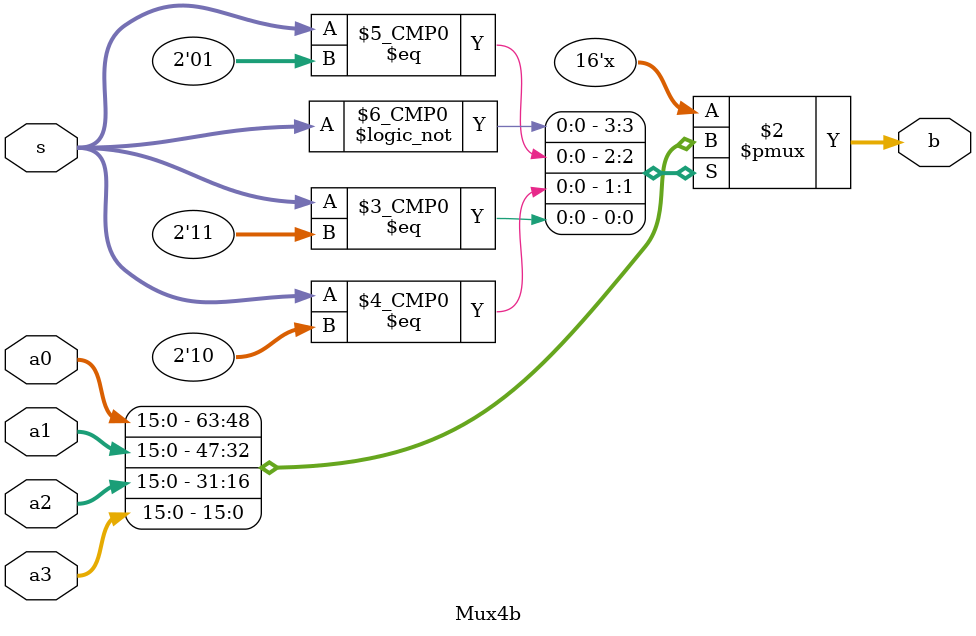
<source format=v>


module datapath(mdata,  //mdata is the 16-bit output of a memory block (Lab 7)
                sximm8, //sign ex. lower 8-bits of the instruction register.
                PC,     //“program counter” input lab8

                vsel, //input to the first multiplexer b4 regfile

                writenum,  //inputs to register file
                write,
                readnum,
                clk,

                loada,  //pipeline registers a & b
                loadb,

                shift,  //input to shifter unit

                sximm5, //input for toBin MUX

                asel,   //source opperand multiplexers
                bsel,

                ALUop,  //ALU input

                loadc,  //pipeline c
                loads,  //status register

                Z_out,  //status output
                datapath_out); //datapath output

//-------------------------------------------------------------

  //inputs and outputs

    input [15:0] mdata;  //inputs to datapath
    input [15:0] sximm8;
    input [7:0] PC;

    input [1:0] vsel; //input to the first multiplexer b4 regfile

    input [2:0] writenum;  //inputs to register file
    input write;
    input [2:0] readnum;
    input clk;

    input loada;  //pipeline registers a & b
    input loadb;

    input [1:0] shift; //input to shifter unit

    input [15:0] sximm5; //input for toBin MUX

    input asel;   //source opperand multiplexers
    input bsel;

    input [1:0] ALUop;  //ALU input

    input loadc;  //pipeline c
    input loads; //status register

    output [2:0] Z_out;  //status output -> Z_out[0] = Zero flag(STATUS)
                                      // -> Z_out[1] =negative flag
                                      // -> Z_out[2] = overflow flag
    output [15:0] datapath_out; //datapath output

//--------------------------------------------------------------

  //Wires

    //into the regfile
    wire [15:0] data_in;
    //out of regfile
    wire [15:0] data_out;

    //wire out of LoadA (3->6)
    wire [15:0] loadaToMux;

    //wire into shifter
    wire [15:0] in;
    //wire out of shifter
    wire [15:0] sout;

    //wires into ALU
    wire[15:0] Ain, Bin;
    //wires out of the ALU
    wire [2:0] Z;
    wire[15:0]out;


//------------------------------------------------------------------

    //instantiating the main datapath Modules
    regfile REGFILE(data_in,writenum,write,readnum,clk,data_out);

    ALU alu(Ain,Bin,ALUop,out,Z);

    shifter SHIFTER(in,shift,sout);

//------------------------------------------------------------------

  //following is the code for the remaining logical blocks
  //check figure 1 of lab 5 for the numerical codes of the components
  //NOTE: the vDFFE is defined in the regfile.v file

  //Registers
    //Component3: Loada register
    vDFFE #(16) RegLoadA(.clk(clk), .en(loada),
                         .in(data_out), .out(loadaToMux));

   //Component4: Loadb register
   vDFFE #(16) RegLoadB(.clk(clk), .en(loadb),
                        .in(data_out), .out(in));

   //Component5: Loadc register
   vDFFE #(16) RegLoadC(.clk(clk), .en(loadc),
                        .in(out), .out(datapath_out));

   //Component10: Status register
   vDFFE #(3) RegStatus(.clk(clk), .en(loads),
                        .in(Z), .out(Z_out));

  //Multiplexers

  //NOTE: component9 needs to be changed ->done
    //Component9: Multiplexer before the regfile
    Mux4b #(16) BeforeRegfile(.a3(mdata), .a2(sximm8),
                              .a1({8'b0,PC}), .a0(datapath_out),
                              .s(vsel), .b(data_in));

    //Component6: Multiplexer after LoadA
    Mux2a #(16) toAin(.a1(16'b0), .a0(loadaToMux),
                              .s(asel), .b(Ain));

  //NOTE: component7 needs to be changed-> DONE
    //Component7: Multiplexer after LoadB and shifter
    Mux2a #(16) toBin(.a1(sximm5), .a0(sout),
                              .s(bsel), .b(Bin));

//--------------------------------------------------------------

endmodule



//-------------------------------------------------------------------

  //following are the modules made for the datapath


//2-input binary select MUX
  module Mux2a(a1, a0, s, b);
   parameter k = 1 ;
   input [k-1:0] a0, a1;  // inputs
   input s ;
   output[k-1:0] b ;

   assign b = (s) ? a1 : a0;

  endmodule


//Added for lab6
//4-Input-Binary-Select-MUX
  module Mux4b(a3, a2, a1, a0, s, b);

    parameter k = 16;
    input [k-1:0] a3, a2, a1, a0; //inputs
    input [1:0] s; //binary Select
    output [k-1:0] b;
    reg [k-1:0] b;

    always @ ( * ) begin
      case (s)
        2'b00: b= a0;
        2'b01: b= a1;
        2'b10: b= a2;
        2'b11: b= a3;
        default: b= 16'bx; // catches errors
      endcase
    end

  endmodule

</source>
